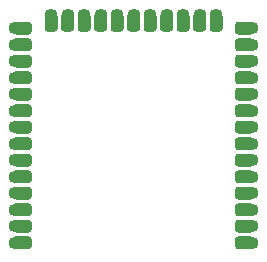
<source format=gts>
G04 #@! TF.GenerationSoftware,KiCad,Pcbnew,(5.1.10)-1*
G04 #@! TF.CreationDate,2021-10-06T10:46:06+02:00*
G04 #@! TF.ProjectId,OBJEX_Socket-V2.0,4f424a45-585f-4536-9f63-6b65742d5632,rev?*
G04 #@! TF.SameCoordinates,Original*
G04 #@! TF.FileFunction,Soldermask,Top*
G04 #@! TF.FilePolarity,Negative*
%FSLAX46Y46*%
G04 Gerber Fmt 4.6, Leading zero omitted, Abs format (unit mm)*
G04 Created by KiCad (PCBNEW (5.1.10)-1) date 2021-10-06 10:46:06*
%MOMM*%
%LPD*%
G01*
G04 APERTURE LIST*
%ADD10O,1.102000X1.102000*%
G04 APERTURE END LIST*
G36*
G01*
X135398520Y-88812460D02*
X135398520Y-89363460D01*
G75*
G02*
X135123020Y-89638960I-275500J0D01*
G01*
X134072020Y-89638960D01*
G75*
G02*
X133796520Y-89363460I0J275500D01*
G01*
X133796520Y-88812460D01*
G75*
G02*
X134072020Y-88536960I275500J0D01*
G01*
X135123020Y-88536960D01*
G75*
G02*
X135398520Y-88812460I0J-275500D01*
G01*
G37*
D10*
X133981520Y-89089560D03*
X133981520Y-90486560D03*
G36*
G01*
X135398520Y-90209460D02*
X135398520Y-90760460D01*
G75*
G02*
X135123020Y-91035960I-275500J0D01*
G01*
X134072020Y-91035960D01*
G75*
G02*
X133796520Y-90760460I0J275500D01*
G01*
X133796520Y-90209460D01*
G75*
G02*
X134072020Y-89933960I275500J0D01*
G01*
X135123020Y-89933960D01*
G75*
G02*
X135398520Y-90209460I0J-275500D01*
G01*
G37*
X133981520Y-91883560D03*
G36*
G01*
X135398520Y-91606460D02*
X135398520Y-92157460D01*
G75*
G02*
X135123020Y-92432960I-275500J0D01*
G01*
X134072020Y-92432960D01*
G75*
G02*
X133796520Y-92157460I0J275500D01*
G01*
X133796520Y-91606460D01*
G75*
G02*
X134072020Y-91330960I275500J0D01*
G01*
X135123020Y-91330960D01*
G75*
G02*
X135398520Y-91606460I0J-275500D01*
G01*
G37*
G36*
G01*
X135398520Y-94400460D02*
X135398520Y-94951460D01*
G75*
G02*
X135123020Y-95226960I-275500J0D01*
G01*
X134072020Y-95226960D01*
G75*
G02*
X133796520Y-94951460I0J275500D01*
G01*
X133796520Y-94400460D01*
G75*
G02*
X134072020Y-94124960I275500J0D01*
G01*
X135123020Y-94124960D01*
G75*
G02*
X135398520Y-94400460I0J-275500D01*
G01*
G37*
X133981520Y-94677560D03*
X133981520Y-93280560D03*
G36*
G01*
X135398520Y-93003460D02*
X135398520Y-93554460D01*
G75*
G02*
X135123020Y-93829960I-275500J0D01*
G01*
X134072020Y-93829960D01*
G75*
G02*
X133796520Y-93554460I0J275500D01*
G01*
X133796520Y-93003460D01*
G75*
G02*
X134072020Y-92727960I275500J0D01*
G01*
X135123020Y-92727960D01*
G75*
G02*
X135398520Y-93003460I0J-275500D01*
G01*
G37*
G36*
G01*
X135398520Y-95797460D02*
X135398520Y-96348460D01*
G75*
G02*
X135123020Y-96623960I-275500J0D01*
G01*
X134072020Y-96623960D01*
G75*
G02*
X133796520Y-96348460I0J275500D01*
G01*
X133796520Y-95797460D01*
G75*
G02*
X134072020Y-95521960I275500J0D01*
G01*
X135123020Y-95521960D01*
G75*
G02*
X135398520Y-95797460I0J-275500D01*
G01*
G37*
X133981520Y-96074560D03*
G36*
G01*
X135398520Y-98591460D02*
X135398520Y-99142460D01*
G75*
G02*
X135123020Y-99417960I-275500J0D01*
G01*
X134072020Y-99417960D01*
G75*
G02*
X133796520Y-99142460I0J275500D01*
G01*
X133796520Y-98591460D01*
G75*
G02*
X134072020Y-98315960I275500J0D01*
G01*
X135123020Y-98315960D01*
G75*
G02*
X135398520Y-98591460I0J-275500D01*
G01*
G37*
X133981520Y-98868560D03*
X133981520Y-97471560D03*
G36*
G01*
X135398520Y-97194460D02*
X135398520Y-97745460D01*
G75*
G02*
X135123020Y-98020960I-275500J0D01*
G01*
X134072020Y-98020960D01*
G75*
G02*
X133796520Y-97745460I0J275500D01*
G01*
X133796520Y-97194460D01*
G75*
G02*
X134072020Y-96918960I275500J0D01*
G01*
X135123020Y-96918960D01*
G75*
G02*
X135398520Y-97194460I0J-275500D01*
G01*
G37*
X133981520Y-101662560D03*
G36*
G01*
X135398520Y-99988460D02*
X135398520Y-100539460D01*
G75*
G02*
X135123020Y-100814960I-275500J0D01*
G01*
X134072020Y-100814960D01*
G75*
G02*
X133796520Y-100539460I0J275500D01*
G01*
X133796520Y-99988460D01*
G75*
G02*
X134072020Y-99712960I275500J0D01*
G01*
X135123020Y-99712960D01*
G75*
G02*
X135398520Y-99988460I0J-275500D01*
G01*
G37*
X133981520Y-104456560D03*
G36*
G01*
X135398520Y-104179460D02*
X135398520Y-104730460D01*
G75*
G02*
X135123020Y-105005960I-275500J0D01*
G01*
X134072020Y-105005960D01*
G75*
G02*
X133796520Y-104730460I0J275500D01*
G01*
X133796520Y-104179460D01*
G75*
G02*
X134072020Y-103903960I275500J0D01*
G01*
X135123020Y-103903960D01*
G75*
G02*
X135398520Y-104179460I0J-275500D01*
G01*
G37*
X133981520Y-100265560D03*
X133981520Y-103059560D03*
G36*
G01*
X135398520Y-102782460D02*
X135398520Y-103333460D01*
G75*
G02*
X135123020Y-103608960I-275500J0D01*
G01*
X134072020Y-103608960D01*
G75*
G02*
X133796520Y-103333460I0J275500D01*
G01*
X133796520Y-102782460D01*
G75*
G02*
X134072020Y-102506960I275500J0D01*
G01*
X135123020Y-102506960D01*
G75*
G02*
X135398520Y-102782460I0J-275500D01*
G01*
G37*
G36*
G01*
X135398520Y-101385460D02*
X135398520Y-101936460D01*
G75*
G02*
X135123020Y-102211960I-275500J0D01*
G01*
X134072020Y-102211960D01*
G75*
G02*
X133796520Y-101936460I0J275500D01*
G01*
X133796520Y-101385460D01*
G75*
G02*
X134072020Y-101109960I275500J0D01*
G01*
X135123020Y-101109960D01*
G75*
G02*
X135398520Y-101385460I0J-275500D01*
G01*
G37*
X133981520Y-87692560D03*
G36*
G01*
X135398520Y-87415460D02*
X135398520Y-87966460D01*
G75*
G02*
X135123020Y-88241960I-275500J0D01*
G01*
X134072020Y-88241960D01*
G75*
G02*
X133796520Y-87966460I0J275500D01*
G01*
X133796520Y-87415460D01*
G75*
G02*
X134072020Y-87139960I275500J0D01*
G01*
X135123020Y-87139960D01*
G75*
G02*
X135398520Y-87415460I0J-275500D01*
G01*
G37*
G36*
G01*
X154207120Y-87415460D02*
X154207120Y-87966460D01*
G75*
G02*
X153931620Y-88241960I-275500J0D01*
G01*
X152880620Y-88241960D01*
G75*
G02*
X152605120Y-87966460I0J275500D01*
G01*
X152605120Y-87415460D01*
G75*
G02*
X152880620Y-87139960I275500J0D01*
G01*
X153931620Y-87139960D01*
G75*
G02*
X154207120Y-87415460I0J-275500D01*
G01*
G37*
X154022120Y-103059560D03*
G36*
G01*
X154207120Y-95797460D02*
X154207120Y-96348460D01*
G75*
G02*
X153931620Y-96623960I-275500J0D01*
G01*
X152880620Y-96623960D01*
G75*
G02*
X152605120Y-96348460I0J275500D01*
G01*
X152605120Y-95797460D01*
G75*
G02*
X152880620Y-95521960I275500J0D01*
G01*
X153931620Y-95521960D01*
G75*
G02*
X154207120Y-95797460I0J-275500D01*
G01*
G37*
X154022120Y-90486560D03*
X154022120Y-91883560D03*
G36*
G01*
X154207120Y-101385460D02*
X154207120Y-101936460D01*
G75*
G02*
X153931620Y-102211960I-275500J0D01*
G01*
X152880620Y-102211960D01*
G75*
G02*
X152605120Y-101936460I0J275500D01*
G01*
X152605120Y-101385460D01*
G75*
G02*
X152880620Y-101109960I275500J0D01*
G01*
X153931620Y-101109960D01*
G75*
G02*
X154207120Y-101385460I0J-275500D01*
G01*
G37*
G36*
G01*
X154207120Y-104179460D02*
X154207120Y-104730460D01*
G75*
G02*
X153931620Y-105005960I-275500J0D01*
G01*
X152880620Y-105005960D01*
G75*
G02*
X152605120Y-104730460I0J275500D01*
G01*
X152605120Y-104179460D01*
G75*
G02*
X152880620Y-103903960I275500J0D01*
G01*
X153931620Y-103903960D01*
G75*
G02*
X154207120Y-104179460I0J-275500D01*
G01*
G37*
G36*
G01*
X154207120Y-97194460D02*
X154207120Y-97745460D01*
G75*
G02*
X153931620Y-98020960I-275500J0D01*
G01*
X152880620Y-98020960D01*
G75*
G02*
X152605120Y-97745460I0J275500D01*
G01*
X152605120Y-97194460D01*
G75*
G02*
X152880620Y-96918960I275500J0D01*
G01*
X153931620Y-96918960D01*
G75*
G02*
X154207120Y-97194460I0J-275500D01*
G01*
G37*
G36*
G01*
X154207120Y-93003460D02*
X154207120Y-93554460D01*
G75*
G02*
X153931620Y-93829960I-275500J0D01*
G01*
X152880620Y-93829960D01*
G75*
G02*
X152605120Y-93554460I0J275500D01*
G01*
X152605120Y-93003460D01*
G75*
G02*
X152880620Y-92727960I275500J0D01*
G01*
X153931620Y-92727960D01*
G75*
G02*
X154207120Y-93003460I0J-275500D01*
G01*
G37*
X154022120Y-94677560D03*
X154022120Y-98868560D03*
X154022120Y-100265560D03*
G36*
G01*
X154207120Y-88812460D02*
X154207120Y-89363460D01*
G75*
G02*
X153931620Y-89638960I-275500J0D01*
G01*
X152880620Y-89638960D01*
G75*
G02*
X152605120Y-89363460I0J275500D01*
G01*
X152605120Y-88812460D01*
G75*
G02*
X152880620Y-88536960I275500J0D01*
G01*
X153931620Y-88536960D01*
G75*
G02*
X154207120Y-88812460I0J-275500D01*
G01*
G37*
X154022120Y-104456560D03*
X154022120Y-89089560D03*
G36*
G01*
X154207120Y-99988460D02*
X154207120Y-100539460D01*
G75*
G02*
X153931620Y-100814960I-275500J0D01*
G01*
X152880620Y-100814960D01*
G75*
G02*
X152605120Y-100539460I0J275500D01*
G01*
X152605120Y-99988460D01*
G75*
G02*
X152880620Y-99712960I275500J0D01*
G01*
X153931620Y-99712960D01*
G75*
G02*
X154207120Y-99988460I0J-275500D01*
G01*
G37*
G36*
G01*
X154207120Y-102782460D02*
X154207120Y-103333460D01*
G75*
G02*
X153931620Y-103608960I-275500J0D01*
G01*
X152880620Y-103608960D01*
G75*
G02*
X152605120Y-103333460I0J275500D01*
G01*
X152605120Y-102782460D01*
G75*
G02*
X152880620Y-102506960I275500J0D01*
G01*
X153931620Y-102506960D01*
G75*
G02*
X154207120Y-102782460I0J-275500D01*
G01*
G37*
X154022120Y-97471560D03*
G36*
G01*
X154207120Y-94400460D02*
X154207120Y-94951460D01*
G75*
G02*
X153931620Y-95226960I-275500J0D01*
G01*
X152880620Y-95226960D01*
G75*
G02*
X152605120Y-94951460I0J275500D01*
G01*
X152605120Y-94400460D01*
G75*
G02*
X152880620Y-94124960I275500J0D01*
G01*
X153931620Y-94124960D01*
G75*
G02*
X154207120Y-94400460I0J-275500D01*
G01*
G37*
G36*
G01*
X154207120Y-98591460D02*
X154207120Y-99142460D01*
G75*
G02*
X153931620Y-99417960I-275500J0D01*
G01*
X152880620Y-99417960D01*
G75*
G02*
X152605120Y-99142460I0J275500D01*
G01*
X152605120Y-98591460D01*
G75*
G02*
X152880620Y-98315960I275500J0D01*
G01*
X153931620Y-98315960D01*
G75*
G02*
X154207120Y-98591460I0J-275500D01*
G01*
G37*
X154022120Y-96074560D03*
X154022120Y-93280560D03*
G36*
G01*
X154207120Y-90209460D02*
X154207120Y-90760460D01*
G75*
G02*
X153931620Y-91035960I-275500J0D01*
G01*
X152880620Y-91035960D01*
G75*
G02*
X152605120Y-90760460I0J275500D01*
G01*
X152605120Y-90209460D01*
G75*
G02*
X152880620Y-89933960I275500J0D01*
G01*
X153931620Y-89933960D01*
G75*
G02*
X154207120Y-90209460I0J-275500D01*
G01*
G37*
X154022120Y-101662560D03*
X154022120Y-87692560D03*
G36*
G01*
X154207120Y-91606460D02*
X154207120Y-92157460D01*
G75*
G02*
X153931620Y-92432960I-275500J0D01*
G01*
X152880620Y-92432960D01*
G75*
G02*
X152605120Y-92157460I0J275500D01*
G01*
X152605120Y-91606460D01*
G75*
G02*
X152880620Y-91330960I275500J0D01*
G01*
X153931620Y-91330960D01*
G75*
G02*
X154207120Y-91606460I0J-275500D01*
G01*
G37*
G36*
G01*
X135398520Y-86018460D02*
X135398520Y-86569460D01*
G75*
G02*
X135123020Y-86844960I-275500J0D01*
G01*
X134072020Y-86844960D01*
G75*
G02*
X133796520Y-86569460I0J275500D01*
G01*
X133796520Y-86018460D01*
G75*
G02*
X134072020Y-85742960I275500J0D01*
G01*
X135123020Y-85742960D01*
G75*
G02*
X135398520Y-86018460I0J-275500D01*
G01*
G37*
X133981520Y-86295560D03*
G36*
G01*
X154207120Y-86018460D02*
X154207120Y-86569460D01*
G75*
G02*
X153931620Y-86844960I-275500J0D01*
G01*
X152880620Y-86844960D01*
G75*
G02*
X152605120Y-86569460I0J275500D01*
G01*
X152605120Y-86018460D01*
G75*
G02*
X152880620Y-85742960I275500J0D01*
G01*
X153931620Y-85742960D01*
G75*
G02*
X154207120Y-86018460I0J-275500D01*
G01*
G37*
X154022120Y-86295560D03*
G36*
G01*
X137305020Y-86593360D02*
X136754020Y-86593360D01*
G75*
G02*
X136478520Y-86317860I0J275500D01*
G01*
X136478520Y-85266860D01*
G75*
G02*
X136754020Y-84991360I275500J0D01*
G01*
X137305020Y-84991360D01*
G75*
G02*
X137580520Y-85266860I0J-275500D01*
G01*
X137580520Y-86317860D01*
G75*
G02*
X137305020Y-86593360I-275500J0D01*
G01*
G37*
G36*
G01*
X138702020Y-86593360D02*
X138151020Y-86593360D01*
G75*
G02*
X137875520Y-86317860I0J275500D01*
G01*
X137875520Y-85266860D01*
G75*
G02*
X138151020Y-84991360I275500J0D01*
G01*
X138702020Y-84991360D01*
G75*
G02*
X138977520Y-85266860I0J-275500D01*
G01*
X138977520Y-86317860D01*
G75*
G02*
X138702020Y-86593360I-275500J0D01*
G01*
G37*
G36*
G01*
X148481020Y-86593360D02*
X147930020Y-86593360D01*
G75*
G02*
X147654520Y-86317860I0J275500D01*
G01*
X147654520Y-85266860D01*
G75*
G02*
X147930020Y-84991360I275500J0D01*
G01*
X148481020Y-84991360D01*
G75*
G02*
X148756520Y-85266860I0J-275500D01*
G01*
X148756520Y-86317860D01*
G75*
G02*
X148481020Y-86593360I-275500J0D01*
G01*
G37*
X148203920Y-85176360D03*
X137027920Y-85176360D03*
G36*
G01*
X142893020Y-86593360D02*
X142342020Y-86593360D01*
G75*
G02*
X142066520Y-86317860I0J275500D01*
G01*
X142066520Y-85266860D01*
G75*
G02*
X142342020Y-84991360I275500J0D01*
G01*
X142893020Y-84991360D01*
G75*
G02*
X143168520Y-85266860I0J-275500D01*
G01*
X143168520Y-86317860D01*
G75*
G02*
X142893020Y-86593360I-275500J0D01*
G01*
G37*
X146806920Y-85176360D03*
X145409920Y-85176360D03*
G36*
G01*
X140099020Y-86593360D02*
X139548020Y-86593360D01*
G75*
G02*
X139272520Y-86317860I0J275500D01*
G01*
X139272520Y-85266860D01*
G75*
G02*
X139548020Y-84991360I275500J0D01*
G01*
X140099020Y-84991360D01*
G75*
G02*
X140374520Y-85266860I0J-275500D01*
G01*
X140374520Y-86317860D01*
G75*
G02*
X140099020Y-86593360I-275500J0D01*
G01*
G37*
G36*
G01*
X151275020Y-86593360D02*
X150724020Y-86593360D01*
G75*
G02*
X150448520Y-86317860I0J275500D01*
G01*
X150448520Y-85266860D01*
G75*
G02*
X150724020Y-84991360I275500J0D01*
G01*
X151275020Y-84991360D01*
G75*
G02*
X151550520Y-85266860I0J-275500D01*
G01*
X151550520Y-86317860D01*
G75*
G02*
X151275020Y-86593360I-275500J0D01*
G01*
G37*
X144012920Y-85176360D03*
G36*
G01*
X145687020Y-86593360D02*
X145136020Y-86593360D01*
G75*
G02*
X144860520Y-86317860I0J275500D01*
G01*
X144860520Y-85266860D01*
G75*
G02*
X145136020Y-84991360I275500J0D01*
G01*
X145687020Y-84991360D01*
G75*
G02*
X145962520Y-85266860I0J-275500D01*
G01*
X145962520Y-86317860D01*
G75*
G02*
X145687020Y-86593360I-275500J0D01*
G01*
G37*
G36*
G01*
X144290020Y-86593360D02*
X143739020Y-86593360D01*
G75*
G02*
X143463520Y-86317860I0J275500D01*
G01*
X143463520Y-85266860D01*
G75*
G02*
X143739020Y-84991360I275500J0D01*
G01*
X144290020Y-84991360D01*
G75*
G02*
X144565520Y-85266860I0J-275500D01*
G01*
X144565520Y-86317860D01*
G75*
G02*
X144290020Y-86593360I-275500J0D01*
G01*
G37*
X149600920Y-85176360D03*
X141218920Y-85176360D03*
X150997920Y-85176360D03*
X142615920Y-85176360D03*
X138424920Y-85176360D03*
G36*
G01*
X147084020Y-86593360D02*
X146533020Y-86593360D01*
G75*
G02*
X146257520Y-86317860I0J275500D01*
G01*
X146257520Y-85266860D01*
G75*
G02*
X146533020Y-84991360I275500J0D01*
G01*
X147084020Y-84991360D01*
G75*
G02*
X147359520Y-85266860I0J-275500D01*
G01*
X147359520Y-86317860D01*
G75*
G02*
X147084020Y-86593360I-275500J0D01*
G01*
G37*
G36*
G01*
X141496020Y-86593360D02*
X140945020Y-86593360D01*
G75*
G02*
X140669520Y-86317860I0J275500D01*
G01*
X140669520Y-85266860D01*
G75*
G02*
X140945020Y-84991360I275500J0D01*
G01*
X141496020Y-84991360D01*
G75*
G02*
X141771520Y-85266860I0J-275500D01*
G01*
X141771520Y-86317860D01*
G75*
G02*
X141496020Y-86593360I-275500J0D01*
G01*
G37*
X139821920Y-85176360D03*
G36*
G01*
X149878020Y-86593360D02*
X149327020Y-86593360D01*
G75*
G02*
X149051520Y-86317860I0J275500D01*
G01*
X149051520Y-85266860D01*
G75*
G02*
X149327020Y-84991360I275500J0D01*
G01*
X149878020Y-84991360D01*
G75*
G02*
X150153520Y-85266860I0J-275500D01*
G01*
X150153520Y-86317860D01*
G75*
G02*
X149878020Y-86593360I-275500J0D01*
G01*
G37*
M02*

</source>
